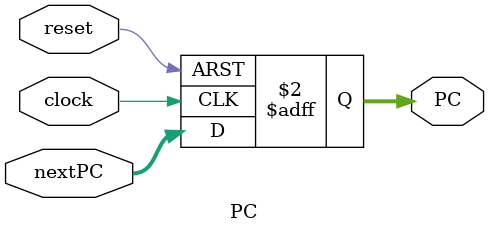
<source format=v>
module PC(
  input clock,          // Sinal de Clock
  input reset,          // Reset Assíncrono
  input [31:0] nextPC,  // Próximo Endereço
  output reg [31:0] PC  // Endereço Atual
);

  always @(posedge clock or posedge reset) begin
    if (reset)  PC <= 32'h00000000;      // Reset para 0
    else        PC <= nextPC;            // Atualiza na borda de Subida
  end
endmodule

</source>
